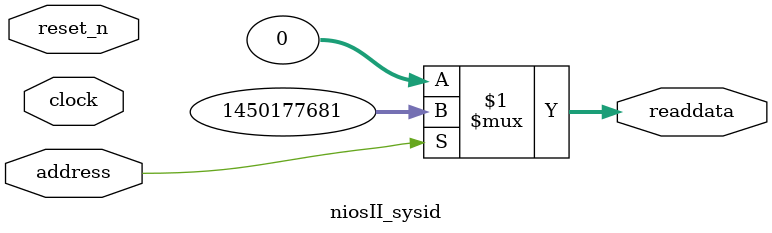
<source format=v>

`timescale 1ns / 1ps
// synthesis translate_on

// turn off superfluous verilog processor warnings 
// altera message_level Level1 
// altera message_off 10034 10035 10036 10037 10230 10240 10030 

module niosII_sysid (
               // inputs:
                address,
                clock,
                reset_n,

               // outputs:
                readdata
             )
;

  output  [ 31: 0] readdata;
  input            address;
  input            clock;
  input            reset_n;

  wire    [ 31: 0] readdata;
  //control_slave, which is an e_avalon_slave
  assign readdata = address ? 1450177681 : 0;

endmodule




</source>
